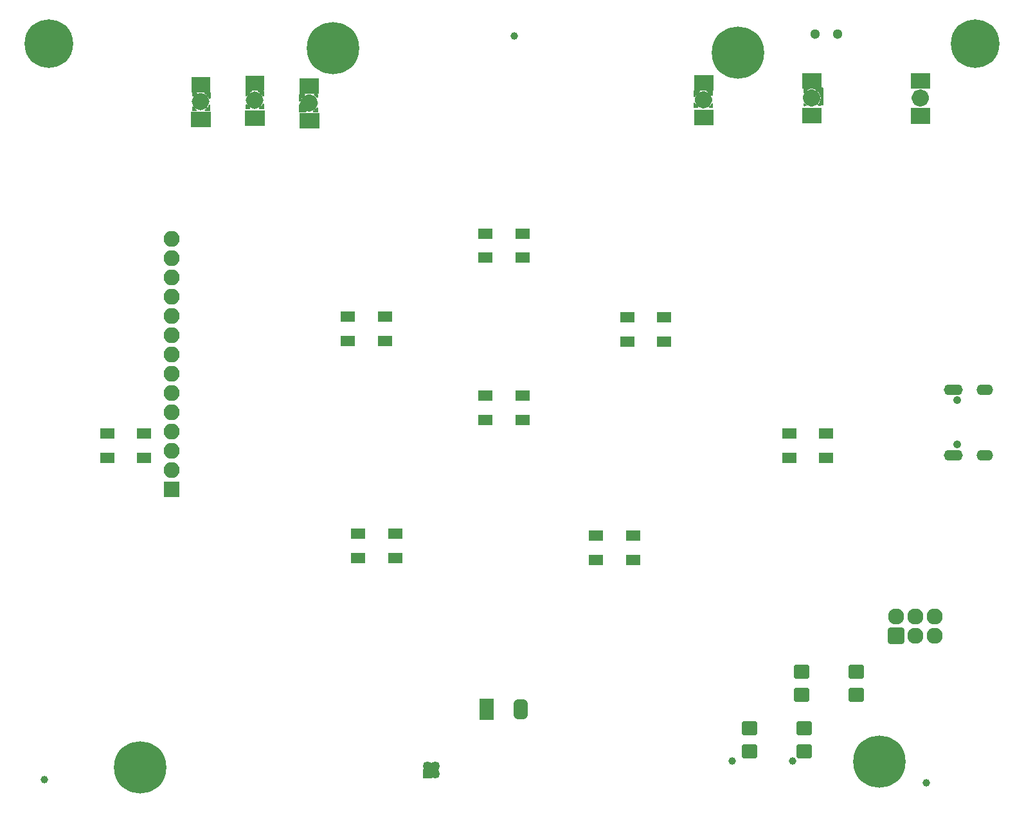
<source format=gbr>
%TF.GenerationSoftware,KiCad,Pcbnew,9.0.3*%
%TF.CreationDate,2025-12-07T17:58:41-06:00*%
%TF.ProjectId,CC14,43433134-2e6b-4696-9361-645f70636258,Prototype_v2.2*%
%TF.SameCoordinates,Original*%
%TF.FileFunction,Soldermask,Top*%
%TF.FilePolarity,Negative*%
%FSLAX46Y46*%
G04 Gerber Fmt 4.6, Leading zero omitted, Abs format (unit mm)*
G04 Created by KiCad (PCBNEW 9.0.3) date 2025-12-07 17:58:41*
%MOMM*%
%LPD*%
G01*
G04 APERTURE LIST*
G04 Aperture macros list*
%AMRoundRect*
0 Rectangle with rounded corners*
0 $1 Rounding radius*
0 $2 $3 $4 $5 $6 $7 $8 $9 X,Y pos of 4 corners*
0 Add a 4 corners polygon primitive as box body*
4,1,4,$2,$3,$4,$5,$6,$7,$8,$9,$2,$3,0*
0 Add four circle primitives for the rounded corners*
1,1,$1+$1,$2,$3*
1,1,$1+$1,$4,$5*
1,1,$1+$1,$6,$7*
1,1,$1+$1,$8,$9*
0 Add four rect primitives between the rounded corners*
20,1,$1+$1,$2,$3,$4,$5,0*
20,1,$1+$1,$4,$5,$6,$7,0*
20,1,$1+$1,$6,$7,$8,$9,0*
20,1,$1+$1,$8,$9,$2,$3,0*%
%AMFreePoly0*
4,1,43,0.586777,0.930194,0.656366,0.874698,0.694986,0.794504,0.700000,0.750000,0.700000,-0.750000,0.680194,-0.836777,0.624698,-0.906366,0.544504,-0.944986,0.500000,-0.950000,0.000000,-0.950000,-0.018743,-0.945722,-0.065263,-0.945722,-0.117026,-0.938907,-0.243105,-0.905125,-0.291342,-0.885145,-0.404381,-0.819882,-0.445802,-0.788098,-0.538098,-0.695802,-0.569882,-0.654381,-0.635145,-0.541342,
-0.655125,-0.493105,-0.688907,-0.367026,-0.695722,-0.315263,-0.695722,-0.287971,-0.700000,-0.250000,-0.700000,0.250000,-0.695722,0.268743,-0.695722,0.315263,-0.688907,0.367026,-0.655125,0.493105,-0.635145,0.541342,-0.569882,0.654381,-0.538098,0.695802,-0.445802,0.788098,-0.404381,0.819882,-0.291342,0.885145,-0.243105,0.905125,-0.117026,0.938907,-0.065263,0.945722,-0.037971,0.945722,
0.000000,0.950000,0.500000,0.950000,0.586777,0.930194,0.586777,0.930194,$1*%
%AMFreePoly1*
4,1,43,0.018743,0.945722,0.065263,0.945722,0.117026,0.938907,0.243105,0.905125,0.291342,0.885145,0.404381,0.819882,0.445802,0.788098,0.538098,0.695802,0.569882,0.654381,0.635145,0.541342,0.655125,0.493105,0.688907,0.367026,0.695722,0.315263,0.695722,0.287971,0.700000,0.250000,0.700000,-0.250000,0.695722,-0.268743,0.695722,-0.315263,0.688907,-0.367026,0.655125,-0.493105,
0.635145,-0.541342,0.569882,-0.654381,0.538098,-0.695802,0.445802,-0.788098,0.404381,-0.819882,0.291342,-0.885145,0.243105,-0.905125,0.117026,-0.938907,0.065263,-0.945722,0.037971,-0.945722,0.000000,-0.950000,-0.500000,-0.950000,-0.586777,-0.930194,-0.656366,-0.874698,-0.694986,-0.794504,-0.700000,-0.750000,-0.700000,0.750000,-0.680194,0.836777,-0.624698,0.906366,-0.544504,0.944986,
-0.500000,0.950000,0.000000,0.950000,0.018743,0.945722,0.018743,0.945722,$1*%
%AMFreePoly2*
4,1,23,0.586777,0.930194,0.656366,0.874698,0.666410,0.860940,1.166410,0.110940,1.198065,0.027751,1.190491,-0.060935,1.166410,-0.110940,0.666410,-0.860940,0.601795,-0.922156,0.517019,-0.949275,0.500000,-0.950000,-0.500000,-0.950000,-0.586777,-0.930194,-0.656366,-0.874698,-0.694986,-0.794504,-0.700000,-0.750000,-0.700000,0.750000,-0.680194,0.836777,-0.624698,0.906366,-0.544504,0.944986,
-0.500000,0.950000,0.500000,0.950000,0.586777,0.930194,0.586777,0.930194,$1*%
%AMFreePoly3*
4,1,24,0.586777,0.930194,0.656366,0.874698,0.694986,0.794504,0.700000,0.750000,0.700000,-0.750000,0.680194,-0.836777,0.624698,-0.906366,0.544504,-0.944986,0.500000,-0.950000,-0.650000,-0.950000,-0.736777,-0.930194,-0.806366,-0.874698,-0.844986,-0.794504,-0.844986,-0.705496,-0.816410,-0.639060,-0.390370,0.000000,-0.816410,0.639060,-0.848065,0.722249,-0.840491,0.810935,-0.795188,0.887551,
-0.721129,0.936924,-0.650000,0.950000,0.500000,0.950000,0.586777,0.930194,0.586777,0.930194,$1*%
G04 Aperture macros list end*
%ADD10C,1.152495*%
%ADD11C,0.100000*%
%ADD12O,2.127200X2.127200*%
%ADD13RoundRect,0.200000X-0.863600X0.863600X-0.863600X-0.863600X0.863600X-0.863600X0.863600X0.863600X0*%
%ADD14C,2.127200*%
%ADD15RoundRect,0.200000X-0.750000X-0.500000X0.750000X-0.500000X0.750000X0.500000X-0.750000X0.500000X0*%
%ADD16C,6.900000*%
%ADD17R,2.438400X1.930400*%
%ADD18R,2.463800X1.955800*%
%ADD19RoundRect,0.200000X0.750000X0.500000X-0.750000X0.500000X-0.750000X-0.500000X0.750000X-0.500000X0*%
%ADD20C,1.000000*%
%ADD21C,6.400000*%
%ADD22RoundRect,0.200000X0.425000X-0.425000X0.425000X0.425000X-0.425000X0.425000X-0.425000X-0.425000X0*%
%ADD23O,1.250000X1.250000*%
%ADD24RoundRect,0.200000X0.800000X0.700000X-0.800000X0.700000X-0.800000X-0.700000X0.800000X-0.700000X0*%
%ADD25FreePoly0,270.000000*%
%ADD26FreePoly1,270.000000*%
%ADD27FreePoly2,270.000000*%
%ADD28FreePoly3,270.000000*%
%ADD29RoundRect,0.200000X-0.850000X-0.850000X0.850000X-0.850000X0.850000X0.850000X-0.850000X0.850000X0*%
%ADD30O,2.100000X2.100000*%
%ADD31C,1.300000*%
%ADD32C,1.050000*%
%ADD33O,2.200000X1.400000*%
%ADD34O,2.500000X1.400000*%
G04 APERTURE END LIST*
%TO.C,D8*%
D10*
X207980407Y-66840000D02*
G75*
G02*
X206827913Y-66840000I-576247J0D01*
G01*
X206827913Y-66840000D02*
G75*
G02*
X207980407Y-66840000I576247J0D01*
G01*
D11*
X208648760Y-70142000D02*
X206159560Y-70142000D01*
X206159560Y-68160800D01*
X208648760Y-68160800D01*
X208648760Y-70142000D01*
G36*
X208648760Y-70142000D02*
G01*
X206159560Y-70142000D01*
X206159560Y-68160800D01*
X208648760Y-68160800D01*
X208648760Y-70142000D01*
G37*
X208623360Y-65519200D02*
X206184960Y-65519200D01*
X206184960Y-63588800D01*
X208623360Y-63588800D01*
X208623360Y-65519200D01*
G36*
X208623360Y-65519200D02*
G01*
X206184960Y-65519200D01*
X206184960Y-63588800D01*
X208623360Y-63588800D01*
X208623360Y-65519200D01*
G37*
%TO.C,D5*%
D10*
X127480407Y-67495300D02*
G75*
G02*
X126327913Y-67495300I-576247J0D01*
G01*
X126327913Y-67495300D02*
G75*
G02*
X127480407Y-67495300I576247J0D01*
G01*
D11*
X128148760Y-70797300D02*
X125659560Y-70797300D01*
X125659560Y-68816100D01*
X128148760Y-68816100D01*
X128148760Y-70797300D01*
G36*
X128148760Y-70797300D02*
G01*
X125659560Y-70797300D01*
X125659560Y-68816100D01*
X128148760Y-68816100D01*
X128148760Y-70797300D01*
G37*
X128123360Y-66174500D02*
X125684960Y-66174500D01*
X125684960Y-64244100D01*
X128123360Y-64244100D01*
X128123360Y-66174500D01*
G36*
X128123360Y-66174500D02*
G01*
X125684960Y-66174500D01*
X125684960Y-64244100D01*
X128123360Y-64244100D01*
X128123360Y-66174500D01*
G37*
%TO.C,D3*%
D10*
X113180407Y-67310000D02*
G75*
G02*
X112027913Y-67310000I-576247J0D01*
G01*
X112027913Y-67310000D02*
G75*
G02*
X113180407Y-67310000I576247J0D01*
G01*
D11*
X113848760Y-70612000D02*
X111359560Y-70612000D01*
X111359560Y-68630800D01*
X113848760Y-68630800D01*
X113848760Y-70612000D01*
G36*
X113848760Y-70612000D02*
G01*
X111359560Y-70612000D01*
X111359560Y-68630800D01*
X113848760Y-68630800D01*
X113848760Y-70612000D01*
G37*
X113823360Y-65989200D02*
X111384960Y-65989200D01*
X111384960Y-64058800D01*
X113823360Y-64058800D01*
X113823360Y-65989200D01*
G36*
X113823360Y-65989200D02*
G01*
X111384960Y-65989200D01*
X111384960Y-64058800D01*
X113823360Y-64058800D01*
X113823360Y-65989200D01*
G37*
%TO.C,D4*%
D10*
X120300407Y-67130000D02*
G75*
G02*
X119147913Y-67130000I-576247J0D01*
G01*
X119147913Y-67130000D02*
G75*
G02*
X120300407Y-67130000I576247J0D01*
G01*
D11*
X120968760Y-70432000D02*
X118479560Y-70432000D01*
X118479560Y-68450800D01*
X120968760Y-68450800D01*
X120968760Y-70432000D01*
G36*
X120968760Y-70432000D02*
G01*
X118479560Y-70432000D01*
X118479560Y-68450800D01*
X120968760Y-68450800D01*
X120968760Y-70432000D01*
G37*
X120943360Y-65809200D02*
X118504960Y-65809200D01*
X118504960Y-63878800D01*
X120943360Y-63878800D01*
X120943360Y-65809200D01*
G36*
X120943360Y-65809200D02*
G01*
X118504960Y-65809200D01*
X118504960Y-63878800D01*
X120943360Y-63878800D01*
X120943360Y-65809200D01*
G37*
%TO.C,D6*%
D10*
X179420407Y-67080000D02*
G75*
G02*
X178267913Y-67080000I-576247J0D01*
G01*
X178267913Y-67080000D02*
G75*
G02*
X179420407Y-67080000I576247J0D01*
G01*
D11*
X180088760Y-70382000D02*
X177599560Y-70382000D01*
X177599560Y-68400800D01*
X180088760Y-68400800D01*
X180088760Y-70382000D01*
G36*
X180088760Y-70382000D02*
G01*
X177599560Y-70382000D01*
X177599560Y-68400800D01*
X180088760Y-68400800D01*
X180088760Y-70382000D01*
G37*
X180063360Y-65759200D02*
X177624960Y-65759200D01*
X177624960Y-63828800D01*
X180063360Y-63828800D01*
X180063360Y-65759200D01*
G36*
X180063360Y-65759200D02*
G01*
X177624960Y-65759200D01*
X177624960Y-63828800D01*
X180063360Y-63828800D01*
X180063360Y-65759200D01*
G37*
%TO.C,D7*%
D10*
X193660407Y-66830800D02*
G75*
G02*
X192507913Y-66830800I-576247J0D01*
G01*
X192507913Y-66830800D02*
G75*
G02*
X193660407Y-66830800I576247J0D01*
G01*
D11*
X194328760Y-70132800D02*
X191839560Y-70132800D01*
X191839560Y-68151600D01*
X194328760Y-68151600D01*
X194328760Y-70132800D01*
G36*
X194328760Y-70132800D02*
G01*
X191839560Y-70132800D01*
X191839560Y-68151600D01*
X194328760Y-68151600D01*
X194328760Y-70132800D01*
G37*
X194303360Y-65510000D02*
X191864960Y-65510000D01*
X191864960Y-63579600D01*
X194303360Y-63579600D01*
X194303360Y-65510000D01*
G36*
X194303360Y-65510000D02*
G01*
X191864960Y-65510000D01*
X191864960Y-63579600D01*
X194303360Y-63579600D01*
X194303360Y-65510000D01*
G37*
%TD*%
D12*
%TO.C,X1*%
X204250000Y-135240000D03*
D13*
X204250000Y-137780000D03*
D12*
X206790000Y-135240000D03*
X206790000Y-137780000D03*
D14*
X209330000Y-135240000D03*
X209330000Y-137780000D03*
%TD*%
D15*
%TO.C,D16*%
X190130000Y-111050000D03*
X190130000Y-114250000D03*
X195030000Y-114250000D03*
X195030000Y-111050000D03*
%TD*%
D16*
%TO.C,*%
X183394160Y-60880000D03*
%TD*%
D17*
%TO.C,D8*%
X207404160Y-64554000D03*
D18*
X207404160Y-69126000D03*
%TD*%
D19*
%TO.C,D10*%
X155000000Y-87900000D03*
X155000000Y-84700000D03*
X150100000Y-84700000D03*
X150100000Y-87900000D03*
%TD*%
D17*
%TO.C,D5*%
X126904160Y-65209300D03*
D18*
X126904160Y-69781300D03*
%TD*%
D20*
%TO.C,Fid-5*%
X153944160Y-58650000D03*
%TD*%
D17*
%TO.C,D3*%
X112604160Y-65024000D03*
D18*
X112604160Y-69596000D03*
%TD*%
D17*
%TO.C,D4*%
X119724160Y-64844000D03*
D18*
X119724160Y-69416000D03*
%TD*%
D19*
%TO.C,D9*%
X155000000Y-109310000D03*
X155000000Y-106110000D03*
X150100000Y-106110000D03*
X150100000Y-109310000D03*
%TD*%
%TO.C,D11*%
X173690000Y-98960000D03*
X173690000Y-95760000D03*
X168790000Y-95760000D03*
X168790000Y-98960000D03*
%TD*%
D21*
%TO.C,REF\u002A\u002A*%
X92604160Y-59640000D03*
%TD*%
D19*
%TO.C,D14*%
X136930000Y-98840000D03*
X136930000Y-95640000D03*
X132030000Y-95640000D03*
X132030000Y-98840000D03*
%TD*%
D21*
%TO.C,REF\u002A\u002A*%
X214664160Y-59680000D03*
%TD*%
D22*
%TO.C,REF\u002A\u002A*%
X142504160Y-155940000D03*
D23*
X142504160Y-154940000D03*
X143504160Y-155940000D03*
X143504160Y-154940000D03*
%TD*%
D24*
%TO.C,SW5*%
X192120000Y-152940000D03*
X184920000Y-152940000D03*
X192120000Y-149940000D03*
X184920000Y-149940000D03*
%TD*%
D25*
%TO.C,REF\u002A\u002A*%
X154774160Y-146780000D03*
D26*
X154774160Y-148080000D03*
%TD*%
D17*
%TO.C,D6*%
X178844160Y-64794000D03*
D18*
X178844160Y-69366000D03*
%TD*%
D24*
%TO.C,SW4*%
X198940000Y-145510000D03*
X191740000Y-145510000D03*
X198940000Y-142510000D03*
X191740000Y-142510000D03*
%TD*%
D15*
%TO.C,D15*%
X100290000Y-111110000D03*
X100290000Y-114310000D03*
X105190000Y-114310000D03*
X105190000Y-111110000D03*
%TD*%
D20*
%TO.C,Fid-6*%
X208234160Y-157130000D03*
%TD*%
D19*
%TO.C,D13*%
X138240000Y-127510000D03*
X138240000Y-124310000D03*
X133340000Y-124310000D03*
X133340000Y-127510000D03*
%TD*%
D27*
%TO.C,REF\u002A\u002A*%
X150264160Y-146705000D03*
D28*
X150264160Y-148155000D03*
%TD*%
D17*
%TO.C,D7*%
X193084160Y-64544800D03*
D18*
X193084160Y-69116800D03*
%TD*%
D16*
%TO.C,*%
X104624160Y-155105000D03*
%TD*%
D20*
%TO.C,Fid-4*%
X92034160Y-156690000D03*
%TD*%
D19*
%TO.C,D12*%
X169570000Y-127720000D03*
X169570000Y-124520000D03*
X164670000Y-124520000D03*
X164670000Y-127720000D03*
%TD*%
D16*
%TO.C,REF\u002A\u002A*%
X130024160Y-60250001D03*
%TD*%
D20*
%TO.C,J2*%
X190604160Y-154290000D03*
X182604160Y-154290000D03*
%TD*%
D16*
%TO.C,REF\u002A\u002A*%
X202044160Y-154330001D03*
%TD*%
D29*
%TO.C,J3*%
X108814160Y-118420000D03*
D30*
X108814160Y-115880000D03*
X108814160Y-113340000D03*
X108814160Y-110800000D03*
X108814160Y-108260000D03*
X108814160Y-105720000D03*
X108814160Y-103180000D03*
X108814160Y-100640000D03*
X108814160Y-98100000D03*
X108814160Y-95560000D03*
X108814160Y-93020000D03*
X108814160Y-90480000D03*
X108814160Y-87940000D03*
X108814160Y-85400000D03*
%TD*%
D31*
%TO.C,SW1*%
X193514160Y-58440000D03*
X196514160Y-58440000D03*
%TD*%
D32*
%TO.C,J8*%
X212274160Y-106705000D03*
X212274160Y-112485000D03*
D33*
X215924160Y-105275000D03*
D34*
X211774160Y-105275000D03*
D33*
X215924160Y-113915000D03*
D34*
X211774160Y-113915000D03*
%TD*%
G36*
X128057199Y-66279685D02*
G01*
X128102954Y-66332489D01*
X128114160Y-66384000D01*
X128114160Y-66695456D01*
X128094475Y-66762495D01*
X128041671Y-66808250D01*
X127972513Y-66818194D01*
X127908957Y-66789169D01*
X127886986Y-66764239D01*
X127864161Y-66730003D01*
X127864156Y-66729996D01*
X127804165Y-66660006D01*
X127804151Y-66659991D01*
X127744168Y-66600008D01*
X127744153Y-66599994D01*
X127674163Y-66540003D01*
X127674157Y-66539998D01*
X127594920Y-66487174D01*
X127550059Y-66433609D01*
X127541279Y-66364293D01*
X127571368Y-66301234D01*
X127630772Y-66264453D01*
X127663703Y-66260000D01*
X127990160Y-66260000D01*
X128057199Y-66279685D01*
G37*
G36*
X126333832Y-66279685D02*
G01*
X126379587Y-66332489D01*
X126389531Y-66401647D01*
X126360506Y-66465203D01*
X126329664Y-66490880D01*
X126314162Y-66499998D01*
X126224151Y-66570007D01*
X126154167Y-66629993D01*
X126154160Y-66630000D01*
X126074165Y-66719994D01*
X126004155Y-66810006D01*
X126004153Y-66810009D01*
X125934164Y-66929990D01*
X125934162Y-66929994D01*
X125894164Y-67029987D01*
X125894157Y-67030006D01*
X125854159Y-67150000D01*
X125833985Y-67237425D01*
X125799730Y-67298322D01*
X125737990Y-67331032D01*
X125668366Y-67325170D01*
X125612965Y-67282597D01*
X125589374Y-67216830D01*
X125589160Y-67209543D01*
X125589160Y-66384000D01*
X125608845Y-66316961D01*
X125661649Y-66271206D01*
X125713160Y-66260000D01*
X126266793Y-66260000D01*
X126333832Y-66279685D01*
G37*
G36*
X128075859Y-68121318D02*
G01*
X128110707Y-68181877D01*
X128114160Y-68210937D01*
X128114160Y-68587221D01*
X128094475Y-68654260D01*
X128041671Y-68700015D01*
X127991388Y-68711215D01*
X127539310Y-68715691D01*
X127472079Y-68696671D01*
X127425803Y-68644323D01*
X127415175Y-68575266D01*
X127443570Y-68511426D01*
X127481651Y-68481282D01*
X127484163Y-68479997D01*
X127584157Y-68420001D01*
X127694158Y-68350000D01*
X127804155Y-68240004D01*
X127804160Y-68239999D01*
X127874157Y-68160002D01*
X127889256Y-68138864D01*
X127944240Y-68095753D01*
X128013803Y-68089212D01*
X128075859Y-68121318D01*
G37*
G36*
X125794363Y-67588970D02*
G01*
X125832137Y-67647748D01*
X125835160Y-67660502D01*
X125844159Y-67709999D01*
X125874158Y-67839993D01*
X125954161Y-68010000D01*
X126044159Y-68139999D01*
X126154161Y-68270001D01*
X126264161Y-68370001D01*
X126404162Y-68460001D01*
X126470794Y-68489152D01*
X126524323Y-68534056D01*
X126545078Y-68600772D01*
X126526469Y-68668118D01*
X126474404Y-68714712D01*
X126422322Y-68726750D01*
X125714388Y-68733760D01*
X125647157Y-68714740D01*
X125600881Y-68662392D01*
X125589160Y-68609766D01*
X125589160Y-67682683D01*
X125608845Y-67615644D01*
X125661649Y-67569889D01*
X125730807Y-67559945D01*
X125794363Y-67588970D01*
G37*
G36*
X180032465Y-65800245D02*
G01*
X180078738Y-65852595D01*
X180090450Y-65903924D01*
X180096115Y-66447712D01*
X180077130Y-66514953D01*
X180024806Y-66561256D01*
X179955754Y-66571919D01*
X179891900Y-66543558D01*
X179868088Y-66514895D01*
X179867803Y-66515100D01*
X179865012Y-66511193D01*
X179864464Y-66510533D01*
X179864156Y-66509994D01*
X179815315Y-66441616D01*
X179813044Y-66438326D01*
X179754161Y-66350003D01*
X179754156Y-66349996D01*
X179694165Y-66280006D01*
X179694151Y-66279991D01*
X179634168Y-66220008D01*
X179634153Y-66219994D01*
X179564163Y-66160003D01*
X179564156Y-66159998D01*
X179474158Y-66099999D01*
X179474156Y-66099998D01*
X179441063Y-66083451D01*
X179427738Y-66075718D01*
X179404163Y-66060002D01*
X179404162Y-66060001D01*
X179344164Y-66030002D01*
X179344152Y-66029997D01*
X179333241Y-66025450D01*
X179278930Y-65981494D01*
X179257006Y-65915153D01*
X179274429Y-65847491D01*
X179325667Y-65799989D01*
X179379713Y-65786996D01*
X179965234Y-65781222D01*
X180032465Y-65800245D01*
G37*
G36*
X178362739Y-65816710D02*
G01*
X178409013Y-65869061D01*
X178419638Y-65938118D01*
X178391241Y-66001957D01*
X178359603Y-66028562D01*
X178204162Y-66119998D01*
X178114151Y-66190007D01*
X178044167Y-66249993D01*
X178044160Y-66250000D01*
X177964165Y-66339994D01*
X177894155Y-66430006D01*
X177894153Y-66430009D01*
X177824164Y-66549990D01*
X177824162Y-66549994D01*
X177784147Y-66650029D01*
X177783735Y-66651156D01*
X177783653Y-66651266D01*
X177783483Y-66651692D01*
X177783371Y-66651647D01*
X177742178Y-66707323D01*
X177676851Y-66732106D01*
X177608496Y-66717636D01*
X177558815Y-66668508D01*
X177543324Y-66606797D01*
X177552523Y-65926123D01*
X177573112Y-65859356D01*
X177626529Y-65814319D01*
X177675289Y-65803805D01*
X178295509Y-65797688D01*
X178362739Y-65816710D01*
G37*
G36*
X177755576Y-67469140D02*
G01*
X177788477Y-67511672D01*
X177844160Y-67630000D01*
X177934159Y-67759999D01*
X178044162Y-67890002D01*
X178103239Y-67943709D01*
X178139602Y-68003370D01*
X178137938Y-68073220D01*
X178098775Y-68131081D01*
X178034546Y-68158584D01*
X178018611Y-68159455D01*
X177684493Y-68156179D01*
X177617650Y-68135838D01*
X177572415Y-68082588D01*
X177561734Y-68034685D01*
X177552304Y-67566971D01*
X177570633Y-67499548D01*
X177622504Y-67452738D01*
X177691448Y-67441402D01*
X177755576Y-67469140D01*
G37*
G36*
X180063017Y-67563881D02*
G01*
X180102582Y-67621468D01*
X180108730Y-67658757D01*
X180112842Y-68053473D01*
X180093857Y-68120714D01*
X180041533Y-68167017D01*
X179987633Y-68178759D01*
X179676590Y-68175709D01*
X179609747Y-68155368D01*
X179564512Y-68102118D01*
X179555247Y-68032865D01*
X179584894Y-67969597D01*
X179590126Y-67964033D01*
X179694141Y-67860019D01*
X179694160Y-67859999D01*
X179764159Y-67780000D01*
X179814166Y-67709990D01*
X179844160Y-67659999D01*
X179862030Y-67624259D01*
X179866610Y-67615914D01*
X179878407Y-67596252D01*
X179929778Y-67548894D01*
X179998598Y-67536826D01*
X180063017Y-67563881D01*
G37*
G36*
X192851066Y-65486828D02*
G01*
X192897613Y-65538935D01*
X192908599Y-65607936D01*
X192880537Y-65671922D01*
X192824821Y-65709780D01*
X192644157Y-65770001D01*
X192474165Y-65869996D01*
X192384151Y-65940007D01*
X192314167Y-65999993D01*
X192314160Y-66000000D01*
X192234163Y-66089995D01*
X192234150Y-66090011D01*
X192210287Y-66120693D01*
X192153591Y-66161525D01*
X192083819Y-66165223D01*
X192023124Y-66130613D01*
X191990776Y-66068682D01*
X191988431Y-66042198D01*
X191996873Y-65599811D01*
X192017833Y-65533159D01*
X192071500Y-65488420D01*
X192118979Y-65478191D01*
X192783738Y-65468157D01*
X192851066Y-65486828D01*
G37*
G36*
X194591921Y-65460551D02*
G01*
X194638468Y-65512658D01*
X194650457Y-65564574D01*
X194672903Y-67719345D01*
X194653918Y-67786586D01*
X194601594Y-67832889D01*
X194553586Y-67844549D01*
X194013167Y-67864942D01*
X193945433Y-67847799D01*
X193897719Y-67796758D01*
X193885175Y-67728024D01*
X193911783Y-67663419D01*
X193920812Y-67653347D01*
X193964142Y-67610018D01*
X193964160Y-67609999D01*
X194034159Y-67530000D01*
X194084166Y-67459990D01*
X194114160Y-67409999D01*
X194132030Y-67374259D01*
X194136612Y-67365912D01*
X194164160Y-67319999D01*
X194184155Y-67270012D01*
X194184162Y-67269993D01*
X194224158Y-67150001D01*
X194254161Y-67029993D01*
X194274160Y-66910000D01*
X194274160Y-66790004D01*
X194274159Y-66789975D01*
X194264159Y-66639995D01*
X194244161Y-66540005D01*
X194214162Y-66450006D01*
X194214150Y-66449975D01*
X194174161Y-66350000D01*
X194134160Y-66260000D01*
X194085315Y-66191616D01*
X194083044Y-66188326D01*
X194024161Y-66100003D01*
X194024156Y-66099996D01*
X193964165Y-66030006D01*
X193964151Y-66029991D01*
X193904168Y-65970008D01*
X193904153Y-65969994D01*
X193834163Y-65910003D01*
X193834156Y-65909998D01*
X193744158Y-65849999D01*
X193744156Y-65849998D01*
X193711063Y-65833451D01*
X193697738Y-65825718D01*
X193674163Y-65810002D01*
X193674162Y-65810001D01*
X193614158Y-65779999D01*
X193494161Y-65730000D01*
X193374671Y-65704024D01*
X193313343Y-65670547D01*
X193279849Y-65609229D01*
X193284824Y-65539537D01*
X193326688Y-65483597D01*
X193392149Y-65459171D01*
X193399141Y-65458868D01*
X194524593Y-65441880D01*
X194591921Y-65460551D01*
G37*
G36*
X192211396Y-67522301D02*
G01*
X192229000Y-67539356D01*
X192314161Y-67640001D01*
X192394810Y-67713318D01*
X192431174Y-67772979D01*
X192429511Y-67842829D01*
X192390347Y-67900691D01*
X192326118Y-67928194D01*
X192316075Y-67928983D01*
X192147363Y-67935350D01*
X192079629Y-67918207D01*
X192031915Y-67867167D01*
X192018804Y-67816824D01*
X192010457Y-67624839D01*
X192027211Y-67557008D01*
X192077978Y-67509003D01*
X192146639Y-67496064D01*
X192211396Y-67522301D01*
G37*
G36*
X112095833Y-66079685D02*
G01*
X112141588Y-66132489D01*
X112151532Y-66201647D01*
X112122507Y-66265203D01*
X112091664Y-66290880D01*
X111974165Y-66359996D01*
X111884151Y-66430007D01*
X111814167Y-66489993D01*
X111814160Y-66490000D01*
X111734165Y-66579994D01*
X111706040Y-66616155D01*
X111649343Y-66656987D01*
X111579571Y-66660685D01*
X111518876Y-66626075D01*
X111486528Y-66564145D01*
X111484160Y-66540026D01*
X111484160Y-66184000D01*
X111503845Y-66116961D01*
X111556649Y-66071206D01*
X111608160Y-66060000D01*
X112028794Y-66060000D01*
X112095833Y-66079685D01*
G37*
G36*
X113875940Y-66079685D02*
G01*
X113921695Y-66132489D01*
X113932895Y-66185253D01*
X113926402Y-66827992D01*
X113906041Y-66894829D01*
X113852777Y-66940048D01*
X113783522Y-66949292D01*
X113720263Y-66919627D01*
X113687277Y-66872791D01*
X113674160Y-66840000D01*
X113634160Y-66750000D01*
X113585315Y-66681616D01*
X113583044Y-66678326D01*
X113524161Y-66590003D01*
X113524156Y-66589996D01*
X113464165Y-66520006D01*
X113464151Y-66519991D01*
X113404168Y-66460008D01*
X113404153Y-66459994D01*
X113334163Y-66400003D01*
X113334156Y-66399998D01*
X113244158Y-66339999D01*
X113244156Y-66339998D01*
X113211063Y-66323451D01*
X113197738Y-66315718D01*
X113174163Y-66300002D01*
X113174157Y-66299998D01*
X113163978Y-66294909D01*
X113112819Y-66247322D01*
X113095509Y-66179630D01*
X113117544Y-66113326D01*
X113171928Y-66069460D01*
X113219432Y-66060000D01*
X113808901Y-66060000D01*
X113875940Y-66079685D01*
G37*
G36*
X113854306Y-67716021D02*
G01*
X113902538Y-67766573D01*
X113916334Y-67824680D01*
X113910400Y-68412252D01*
X113890039Y-68479089D01*
X113836776Y-68524309D01*
X113786406Y-68535000D01*
X113266839Y-68535000D01*
X113199800Y-68515315D01*
X113154045Y-68462511D01*
X113144101Y-68393353D01*
X113173126Y-68329797D01*
X113203042Y-68304671D01*
X113244141Y-68280011D01*
X113354158Y-68210000D01*
X113464155Y-68100004D01*
X113464160Y-68099999D01*
X113534159Y-68020000D01*
X113584166Y-67949990D01*
X113614160Y-67899999D01*
X113632030Y-67864259D01*
X113636612Y-67855912D01*
X113664160Y-67809999D01*
X113677208Y-67777378D01*
X113720381Y-67722443D01*
X113786401Y-67699570D01*
X113854306Y-67716021D01*
G37*
G36*
X111689363Y-67984800D02*
G01*
X111702820Y-67998416D01*
X111814161Y-68130001D01*
X111924161Y-68230001D01*
X112043462Y-68306694D01*
X112089209Y-68359504D01*
X112099143Y-68428664D01*
X112070110Y-68492215D01*
X112011327Y-68529982D01*
X111976408Y-68535000D01*
X111608160Y-68535000D01*
X111541121Y-68515315D01*
X111495366Y-68462511D01*
X111484160Y-68411000D01*
X111484160Y-68078513D01*
X111503845Y-68011474D01*
X111556649Y-67965719D01*
X111625807Y-67955775D01*
X111689363Y-67984800D01*
G37*
G36*
X119251061Y-65816750D02*
G01*
X119317898Y-65837112D01*
X119363116Y-65890377D01*
X119372359Y-65959632D01*
X119342692Y-66022891D01*
X119289019Y-66058380D01*
X119254161Y-66069999D01*
X119254158Y-66070000D01*
X119084165Y-66169996D01*
X118994151Y-66240007D01*
X118924167Y-66299993D01*
X118924160Y-66300000D01*
X118844165Y-66389994D01*
X118774156Y-66480004D01*
X118746245Y-66527853D01*
X118695462Y-66575841D01*
X118626797Y-66588756D01*
X118562049Y-66562498D01*
X118521776Y-66505403D01*
X118515152Y-66467292D01*
X118506930Y-65936401D01*
X118525574Y-65869065D01*
X118577663Y-65822498D01*
X118632170Y-65810487D01*
X119251061Y-65816750D01*
G37*
G36*
X120853957Y-65832970D02*
G01*
X120920794Y-65853332D01*
X120966012Y-65906597D01*
X120976696Y-65955724D01*
X120982240Y-66510139D01*
X120963227Y-66577372D01*
X120910883Y-66623653D01*
X120841827Y-66634287D01*
X120777984Y-66605899D01*
X120747575Y-66565270D01*
X120747272Y-66565444D01*
X120745869Y-66562990D01*
X120744933Y-66561739D01*
X120744160Y-66559999D01*
X120695315Y-66491616D01*
X120693044Y-66488326D01*
X120634161Y-66400003D01*
X120634156Y-66399996D01*
X120574165Y-66330006D01*
X120574151Y-66329991D01*
X120514168Y-66270008D01*
X120514153Y-66269994D01*
X120444163Y-66210003D01*
X120444156Y-66209998D01*
X120354158Y-66149999D01*
X120354156Y-66149998D01*
X120321063Y-66133451D01*
X120307738Y-66125718D01*
X120284163Y-66110002D01*
X120284162Y-66110001D01*
X120224166Y-66080003D01*
X120188609Y-66065187D01*
X120134298Y-66021231D01*
X120112373Y-65954891D01*
X120129795Y-65887228D01*
X120181032Y-65839725D01*
X120237558Y-65826732D01*
X120853957Y-65832970D01*
G37*
G36*
X118730684Y-67696262D02*
G01*
X118751433Y-67719394D01*
X118814155Y-67809995D01*
X118924161Y-67940001D01*
X119034161Y-68040001D01*
X119105827Y-68086072D01*
X119151574Y-68138882D01*
X119161508Y-68208042D01*
X119132475Y-68271594D01*
X119073692Y-68309360D01*
X119037520Y-68314372D01*
X118648228Y-68310439D01*
X118581391Y-68290078D01*
X118536172Y-68236814D01*
X118525481Y-68186445D01*
X118525481Y-67789975D01*
X118545166Y-67722936D01*
X118597970Y-67677181D01*
X118667128Y-67667237D01*
X118730684Y-67696262D01*
G37*
G36*
X120948424Y-67604873D02*
G01*
X120987989Y-67662461D01*
X120994137Y-67699800D01*
X120999215Y-68207688D01*
X120980201Y-68274921D01*
X120927858Y-68321202D01*
X120873969Y-68332922D01*
X120403625Y-68328171D01*
X120336787Y-68307810D01*
X120291568Y-68254547D01*
X120282324Y-68185291D01*
X120311989Y-68122032D01*
X120341082Y-68097847D01*
X120354137Y-68090014D01*
X120464158Y-68020000D01*
X120574155Y-67910004D01*
X120574160Y-67909999D01*
X120644159Y-67830000D01*
X120694166Y-67759990D01*
X120724160Y-67709999D01*
X120742030Y-67674259D01*
X120746612Y-67665912D01*
X120763815Y-67637241D01*
X120815186Y-67589884D01*
X120884006Y-67577817D01*
X120948424Y-67604873D01*
G37*
M02*

</source>
